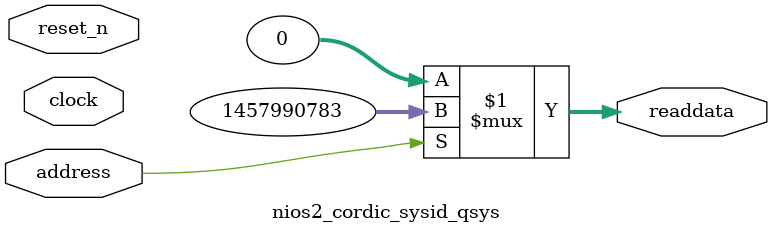
<source format=v>

`timescale 1ns / 1ps
// synthesis translate_on

// turn off superfluous verilog processor warnings 
// altera message_level Level1 
// altera message_off 10034 10035 10036 10037 10230 10240 10030 

module nios2_cordic_sysid_qsys (
               // inputs:
                address,
                clock,
                reset_n,

               // outputs:
                readdata
             )
;

  output  [ 31: 0] readdata;
  input            address;
  input            clock;
  input            reset_n;

  wire    [ 31: 0] readdata;
  //control_slave, which is an e_avalon_slave
  assign readdata = address ? 1457990783 : 0;

endmodule




</source>
